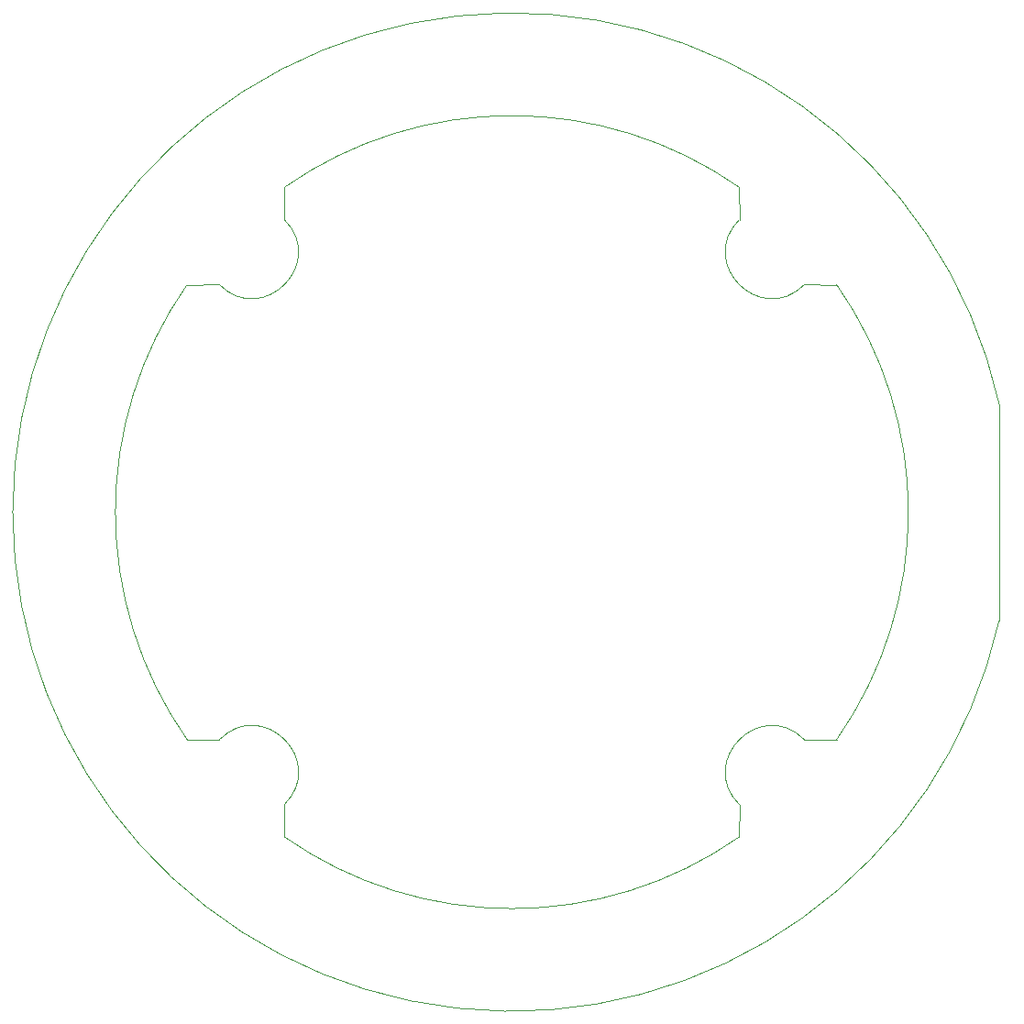
<source format=gbr>
G04 #@! TF.GenerationSoftware,KiCad,Pcbnew,5.1.5-52549c5~84~ubuntu18.04.1*
G04 #@! TF.CreationDate,2020-04-11T00:10:23+01:00*
G04 #@! TF.ProjectId,ambient,616d6269-656e-4742-9e6b-696361645f70,rev?*
G04 #@! TF.SameCoordinates,Original*
G04 #@! TF.FileFunction,Profile,NP*
%FSLAX46Y46*%
G04 Gerber Fmt 4.6, Leading zero omitted, Abs format (unit mm)*
G04 Created by KiCad (PCBNEW 5.1.5-52549c5~84~ubuntu18.04.1) date 2020-04-11 00:10:23*
%MOMM*%
%LPD*%
G04 APERTURE LIST*
%ADD10C,0.050000*%
G04 APERTURE END LIST*
D10*
X171008370Y-127008368D02*
G75*
G02X177008369Y-121008369I3000000J2999999D01*
G01*
X179999998Y-120999998D02*
X177008369Y-121008369D01*
X171008370Y-127008368D02*
X170999999Y-129999999D01*
X177008368Y-78991630D02*
G75*
G02X171008369Y-72991631I-2999999J3000000D01*
G01*
X170999999Y-70000001D02*
X171008369Y-72991631D01*
X177008368Y-78991630D02*
X179999998Y-79000002D01*
X128991630Y-72991632D02*
G75*
G02X122991631Y-78991631I-3000000J-2999999D01*
G01*
X120000001Y-79000001D02*
X122991631Y-78991631D01*
X128991630Y-72991632D02*
X129000001Y-70000001D01*
X123000001Y-121000001D02*
X120000001Y-120999999D01*
X129000001Y-129999999D02*
X129000000Y-127000000D01*
X123000001Y-121000001D02*
G75*
G02X129000000Y-127000000I2999999J-3000000D01*
G01*
X170999999Y-129999998D02*
G75*
G02X129000001Y-129999999I-20999999J29999998D01*
G01*
X129000001Y-70000002D02*
G75*
G02X170999999Y-70000001I20999999J-29999998D01*
G01*
X120000002Y-120999999D02*
G75*
G02X120000001Y-79000001I29999998J20999999D01*
G01*
X179999998Y-79000002D02*
G75*
G02X179999998Y-120999998I-29999998J-20999998D01*
G01*
X194999999Y-90000001D02*
X194999999Y-110000000D01*
X194999999Y-110000000D02*
G75*
G02X194999999Y-90000001I-44999999J10000000D01*
G01*
M02*

</source>
